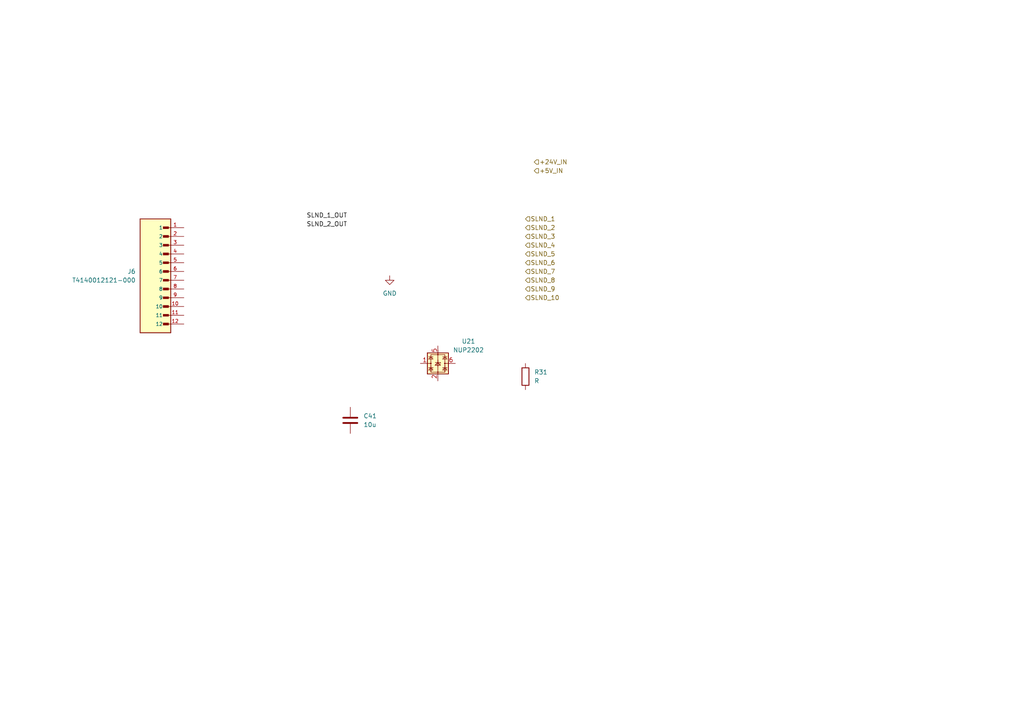
<source format=kicad_sch>
(kicad_sch (version 20250114) (generator "eeschema") (generator_version "9.0")
  (paper "A4")
  (lib_symbols
    (symbol "Device:C" (pin_numbers (hide yes)) (pin_names (offset 0.254))
      (property "Reference" "C" (at 0.635 2.54 0))
      (property "Value" "C" (at 0.635 -2.54 0))
      (symbol "C_0_1"
        (polyline (pts (xy -2.032 0.762) (xy 2.032 0.762)) (stroke (width 0.508)))
        (polyline (pts (xy -2.032 -0.762) (xy 2.032 -0.762)) (stroke (width 0.508)))
      )
      (symbol "C_1_1"
        (pin passive line (at 0 3.81 270) (length 2.794) (name "~") (number "1"))
        (pin passive line (at 0 -3.81 90) (length 2.794) (name "~") (number "2"))
      )
    )
    (symbol "Device:R" (pin_numbers (hide yes)) (pin_names (offset 0))
      (property "Reference" "R" (at 2.032 0 90))
      (property "Value" "R" (at 0 0 90))
      (symbol "R_0_1"
        (rectangle (start -1.016 -2.54) (end 1.016 2.54) (stroke (width 0.254)))
      )
      (symbol "R_1_1"
        (pin passive line (at 0 3.81 270) (length 1.27) (name "~") (number "1"))
        (pin passive line (at 0 -3.81 90) (length 1.27) (name "~") (number "2"))
      )
    )
    (symbol "Power_Protection:NUP2202"
      (property "Reference" "U" (at -5.334 -2.54 0))
      (property "Value" "NUP2202" (at 6.35 1.27 90))
      (symbol "NUP2202_0_1"
        (rectangle (start -3.048 3.048) (end 3.048 -3.048) (stroke (width 0.254)) (fill (type background)))
        (polyline (pts (xy -2.667 1.905) (xy -1.397 1.905)))
        (polyline (pts (xy -2.667 1.27) (xy -1.397 1.27) (xy -2.032 1.905) (xy -2.667 1.27)))
        (polyline (pts (xy -2.667 -1.27) (xy -1.397 -1.27)))
        (polyline (pts (xy -2.667 -1.27) (xy -1.397 -1.27)))
        (polyline (pts (xy -2.667 -1.905) (xy -1.397 -1.905) (xy -2.032 -1.27) (xy -2.667 -1.905)))
        (polyline (pts (xy -2.54 0) (xy -2.032 0)))
        (polyline (pts (xy -2.032 2.54) (xy 2.032 2.54)))
        (polyline (pts (xy -2.032 0.635) (xy -2.032 2.54)))
        (polyline (pts (xy -2.032 0.635) (xy -2.032 -0.635)))
        (circle (center -2.032 0) (radius 0.127))
        (circle (center -2.032 0) (radius 0.127))
        (polyline (pts (xy -2.032 -2.54) (xy -2.032 -0.635)))
        (polyline (pts (xy -2.032 -2.54) (xy -2.032 -0.635)))
        (polyline (pts (xy -0.762 0.254) (xy 0.762 0.254)))
        (polyline (pts (xy -0.762 -0.508) (xy 0.762 -0.508) (xy 0 0.254) (xy -0.762 -0.508)))
        (polyline (pts (xy -0.762 -0.508) (xy 0.762 -0.508) (xy 0 0.254) (xy -0.762 -0.508)))
        (circle (center 0 2.54) (radius 0.127))
        (polyline (pts (xy 0 1.016) (xy 0 3.81)))
        (polyline (pts (xy 0 -0.889) (xy 0 1.016)))
        (polyline (pts (xy 0 -0.889) (xy 0 1.016)))
        (polyline (pts (xy 0 -0.889) (xy 0 -2.54)))
        (circle (center 0 -2.54) (radius 0.127))
        (polyline (pts (xy 0.762 0) (xy 0.762 0.254)))
        (polyline (pts (xy 1.397 1.905) (xy 2.667 1.905)))
        (polyline (pts (xy 1.397 1.27) (xy 2.667 1.27) (xy 2.032 1.905) (xy 1.397 1.27)))
        (polyline (pts (xy 1.397 -1.27) (xy 2.667 -1.27)))
        (polyline (pts (xy 1.397 -1.27) (xy 2.667 -1.27)))
        (polyline (pts (xy 1.397 -1.905) (xy 2.667 -1.905) (xy 2.032 -1.27) (xy 1.397 -1.905)))
        (polyline (pts (xy 2.032 0.635) (xy 2.032 2.54)))
        (polyline (pts (xy 2.032 0.635) (xy 2.032 -0.635)))
        (polyline (pts (xy 2.032 0) (xy 2.54 0)))
        (circle (center 2.032 0) (radius 0.127))
        (circle (center 2.032 0) (radius 0.127))
        (polyline (pts (xy 2.032 -2.54) (xy -2.032 -2.54)))
        (polyline (pts (xy 2.032 -2.54) (xy 2.032 -0.635)))
        (polyline (pts (xy 2.032 -2.54) (xy 2.032 -0.635)))
      )
      (symbol "NUP2202_1_1"
        (pin passive line (at -5.08 0 0) (length 2.54) (name "~") (number "1"))
        (pin passive line (at 0 5.08 270) (length 2.54) (name "~") (number "5"))
        (pin no_connect line (at 0 2.54 270) (length 2.54) (hide yes) (name "~") (number "4"))
        (pin no_connect line (at 0 -2.54 90) (length 2.54) (hide yes) (name "~") (number "3"))
        (pin passive line (at 0 -5.08 90) (length 2.54) (name "~") (number "2"))
        (pin passive line (at 5.08 0 180) (length 2.54) (name "~") (number "6"))
      )
    )
    (symbol "T4140012121-000:T4140012121-000" (pin_names (offset 1.016))
      (property "Reference" "J" (at -3.81 15.875 0))
      (property "Value" "T4140012121-000" (at -3.81 -20.32 0))
      (symbol "T4140012121-000_0_0"
        (rectangle (start -3.81 -17.78) (end 5.08 15.24) (stroke (width 0.254)) (fill (type background)))
        (rectangle (start -3.175 12.3825) (end -1.5875 13.0175) (stroke (width 0.1)) (fill (type outline)))
        (rectangle (start -3.175 9.8425) (end -1.5875 10.4775) (stroke (width 0.1)) (fill (type outline)))
        (rectangle (start -3.175 7.3025) (end -1.5875 7.9375) (stroke (width 0.1)) (fill (type outline)))
        (rectangle (start -3.175 4.7625) (end -1.5875 5.3975) (stroke (width 0.1)) (fill (type outline)))
        (rectangle (start -3.175 2.2225) (end -1.5875 2.8575) (stroke (width 0.1)) (fill (type outline)))
        (rectangle (start -3.175 -0.3175) (end -1.5875 0.3175) (stroke (width 0.1)) (fill (type outline)))
        (rectangle (start -3.175 -2.8575) (end -1.5875 -2.2225) (stroke (width 0.1)) (fill (type outline)))
        (rectangle (start -3.175 -5.3975) (end -1.5875 -4.7625) (stroke (width 0.1)) (fill (type outline)))
        (rectangle (start -3.175 -7.9375) (end -1.5875 -7.3025) (stroke (width 0.1)) (fill (type outline)))
        (rectangle (start -3.175 -10.4775) (end -1.5875 -9.8425) (stroke (width 0.1)) (fill (type outline)))
        (rectangle (start -3.175 -13.0175) (end -1.5875 -12.3825) (stroke (width 0.1)) (fill (type outline)))
        (rectangle (start -3.175 -15.5575) (end -1.5875 -14.9225) (stroke (width 0.1)) (fill (type outline)))
        (pin passive line (at -7.62 12.7 0) (length 5.08) (name "1") (number "1"))
        (pin passive line (at -7.62 10.16 0) (length 5.08) (name "2") (number "2"))
        (pin passive line (at -7.62 7.62 0) (length 5.08) (name "3") (number "3"))
        (pin passive line (at -7.62 5.08 0) (length 5.08) (name "4") (number "4"))
        (pin passive line (at -7.62 2.54 0) (length 5.08) (name "5") (number "5"))
        (pin passive line (at -7.62 0 0) (length 5.08) (name "6") (number "6"))
        (pin passive line (at -7.62 -2.54 0) (length 5.08) (name "7") (number "7"))
        (pin passive line (at -7.62 -5.08 0) (length 5.08) (name "8") (number "8"))
        (pin passive line (at -7.62 -7.62 0) (length 5.08) (name "9") (number "9"))
        (pin passive line (at -7.62 -10.16 0) (length 5.08) (name "10") (number "10"))
        (pin passive line (at -7.62 -12.7 0) (length 5.08) (name "11") (number "11"))
        (pin passive line (at -7.62 -15.24 0) (length 5.08) (name "12") (number "12"))
      )
    )
    (symbol "power:GND" (power) (pin_numbers (hide yes)) (pin_names (offset 0) (hide yes))
      (property "Value" "GND" (at 0 -3.81 0))
      (symbol "GND_0_1"
        (polyline (pts (xy 0 0) (xy 0 -1.27) (xy 1.27 -1.27) (xy 0 -2.54) (xy -1.27 -1.27) (xy 0 -1.27)))
      )
      (symbol "GND_1_1"
        (pin power_in line (at 0 0 270) (length 0) (name "~") (number "1"))
      )
    )
  )
  (label "SLND_1_OUT" (at 88.9 63.5 0))
  (label "SLND_2_OUT" (at 88.9 66.04 0))
  (hierarchical_label "SLND_6" (shape input) (at 152.4 76.2 0))
  (hierarchical_label "SLND_9" (shape input) (at 152.4 83.82 0))
  (hierarchical_label "SLND_2" (shape input) (at 152.4 66.04 0))
  (hierarchical_label "SLND_8" (shape input) (at 152.4 81.28 0))
  (hierarchical_label "SLND_1" (shape input) (at 152.4 63.5 0))
  (hierarchical_label "SLND_4" (shape input) (at 152.4 71.12 0))
  (hierarchical_label "SLND_3" (shape input) (at 152.4 68.58 0))
  (hierarchical_label "+5V_IN" (shape input) (at 154.94 49.53 0))
  (hierarchical_label "+24V_IN" (shape input) (at 154.94 46.99 0))
  (hierarchical_label "SLND_10" (shape input) (at 152.4 86.36 0))
  (hierarchical_label "SLND_7" (shape input) (at 152.4 78.74 0))
  (hierarchical_label "SLND_5" (shape input) (at 152.4 73.66 0))
  (symbol (lib_id "T4140012121-000:T4140012121-000") (at 45.72 78.74 0) (mirror y) (unit 1)
    (property "Reference" "J6" (at 39.37 78.7399 0) (effects (justify left)))
    (property "Value" "T4140012121-000" (at 39.37 81.2799 0) (effects (justify left)))
    (property "Footprint" "T4140012121-000:TE_T4140012121-000" (effects (hide yes)))
    (property "PARTREV" "B" (effects (hide yes)))
    (property "STANDARD" "Manufacturer Recommendations" (effects (hide yes)))
    (property "MAXIMUM_PACKAGE_HEIGHT" "23mm" (effects (hide yes)))
    (property "MANUFACTURER" "TE Connectivity" (effects (hide yes)))
  )
  (symbol (lib_id "Device:R") (at 152.4 109.22 0) (unit 1)
    (property "Reference" "R31" (at 154.94 107.9499 0) (effects (justify left)))
    (property "Value" "R" (at 154.94 110.4899 0) (effects (justify left)))
    (property "Description" "Resistor" (effects (hide yes)))
  )
  (symbol (lib_id "Device:C") (at 101.6 121.92 0) (unit 1)
    (property "Reference" "C41" (at 105.41 120.6499 0) (effects (justify left)))
    (property "Value" "10u" (at 105.41 123.1899 0) (effects (justify left)))
    (property "Description" "Unpolarized capacitor" (effects (hide yes)))
  )
  (symbol (lib_id "Power_Protection:NUP2202") (at 127 105.41 0) (unit 1)
    (property "Reference" "U21" (at 135.89 98.9898 0))
    (property "Value" "NUP2202" (at 135.89 101.5298 0))
    (property "Footprint" "Package_TO_SOT_SMD:SOT-363_SC-70-6" (effects (hide yes)))
    (property "Datasheet" "https://www.onsemi.com/pdf/datasheet/nup2202w1-d.pdf" (effects (hide yes)))
    (property "Description" "Transient voltage suppressor designed to protect high speed data lines from ESD, EFT, and lightning" (effects (hide yes)))
  )
  (symbol (lib_id "power:GND") (at 113.03 80.01 0) (unit 1)
    (property "Reference" "#PWR0130" (effects (hide yes)))
    (property "Value" "GND" (at 113.03 85.09 0))
    (property "Description" "Power symbol creates a global label with name \"GND\" , ground" (effects (hide yes)))
  )
)
</source>
